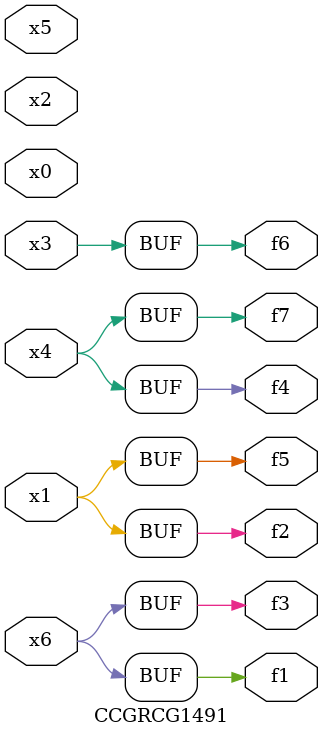
<source format=v>
module CCGRCG1491(
	input x0, x1, x2, x3, x4, x5, x6,
	output f1, f2, f3, f4, f5, f6, f7
);
	assign f1 = x6;
	assign f2 = x1;
	assign f3 = x6;
	assign f4 = x4;
	assign f5 = x1;
	assign f6 = x3;
	assign f7 = x4;
endmodule

</source>
